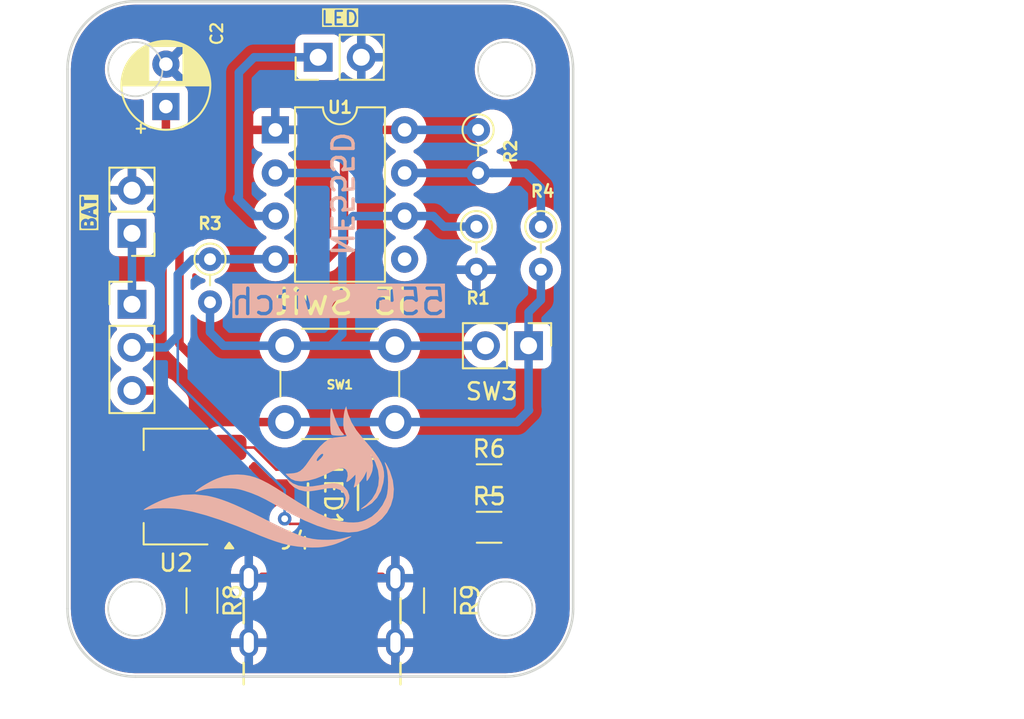
<source format=kicad_pcb>
(kicad_pcb (version 20240108) (generator "pcbnew") (generator_version "8.0")
  (layers (0 "F.Cu" signal) (31 "B.Cu" signal) (34 "B.Paste" user) (35 "F.Paste" user) (36 "B.SilkS" user "B.Silkscreen") (37 "F.SilkS" user "F.Silkscreen") (38 "B.Mask" user) (39 "F.Mask" user) (44 "Edge.Cuts" user))
  (net 0 "")
  (net 1 "Net-(C2-Pad1)")
  (net 2 "GND")
  (net 3 "Net-(U1-THR)")
  (net 4 "/VBAT")
  (net 5 "Net-(U1-DIS)")
  (net 7 "Net-(J4-CC1)")
  (net 8 "/VUSB")
  (net 9 "Net-(J3-Pin_1)")
  (net 10 "Net-(J4-CC2)")
  (net 11 "Net-(LED1-GND-Pad4)")
  (net 12 "/3V3")
  (net 13 "Net-(LED1-GND-Pad1)")
  (net 14 "VCC")
  (footprint "Package_TO_SOT_SMD:SOT-223-3_TabPin2" (layer "F.Cu") (at 116 115 180)
    (property "Reference" "U2" (at 0 -4.5 0) (layer "F.SilkS"))
    (property "Value" "AMS1117-3V3")
    (fp_line (start 1.91 3.41) (end 1.91 2.15) (stroke (width 0.12)) (layer "F.SilkS"))
    (fp_line (start 1.91 -3.41) (end 1.91 -2.15) (stroke (width 0.12)) (layer "F.SilkS"))
    (fp_line (start -1.85 3.41) (end 1.91 3.41) (stroke (width 0.12)) (layer "F.SilkS"))
    (fp_line (start -1.85 -3.41) (end 1.91 -3.41) (stroke (width 0.12)) (layer "F.SilkS"))
    (fp_poly (pts (xy -3.13 -3.31) (xy -3.37 -3.64) (xy -2.89 -3.64) (xy -3.13 -3.31)) (stroke (width 0.12)) (fill solid) (layer "F.SilkS"))
    (pad "1" smd roundrect (at -3.15 -2.3 180) (size 2 1.5) (layers "F.Cu" "F.Paste" "F.Mask") (net 8 "/VUSB"))
    (pad "2" smd roundrect (at -3.15 0 180) (size 2 1.5) (layers "F.Cu" "F.Paste" "F.Mask") (net 2 "GND"))
    (pad "2" smd roundrect (at 3.15 0 180) (size 2 3.8) (layers "F.Cu" "F.Paste" "F.Mask") (net 2 "GND"))
    (pad "3" smd roundrect (at -3.15 2.3 180) (size 2 1.5) (layers "F.Cu" "F.Paste" "F.Mask") (net 12 "/3V3"))
  )
  (footprint "Capacitor_THT:CP_Radial_D5.0mm_P2.50mm" (layer "F.Cu") (at 115.4 92.605113 90)
    (property "Reference" "C2" (at 4.3 3 270) (layer "F.SilkS") (effects (font (size 0.7 0.7) (thickness 0.125))))
    (property "Value" "10uF")
    (fp_line (start 1.29 -2.58) (end 1.29 2.58) (stroke (width 0.12)) (layer "F.SilkS"))
    (fp_line (start 1.25 -2.58) (end 1.25 2.58) (stroke (width 0.12)) (layer "F.SilkS"))
    (fp_line (start 1.33 -2.579) (end 1.33 2.579) (stroke (width 0.12)) (layer "F.SilkS"))
    (fp_line (start 1.37 -2.578) (end 1.37 2.578) (stroke (width 0.12)) (layer "F.SilkS"))
    (fp_line (start 1.41 -2.576) (end 1.41 2.576) (stroke (width 0.12)) (layer "F.SilkS"))
    (fp_line (start 1.45 -2.573) (end 1.45 2.573) (stroke (width 0.12)) (layer "F.SilkS"))
    (fp_line (start 1.49 -2.569) (end 1.49 -1.04) (stroke (width 0.12)) (layer "F.SilkS"))
    (fp_line (start 1.53 -2.565) (end 1.53 -1.04) (stroke (width 0.12)) (layer "F.SilkS"))
    (fp_line (start 1.57 -2.561) (end 1.57 -1.04) (stroke (width 0.12)) (layer "F.SilkS"))
    (fp_line (start 1.61 -2.556) (end 1.61 -1.04) (stroke (width 0.12)) (layer "F.SilkS"))
    (fp_line (start 1.65 -2.55) (end 1.65 -1.04) (stroke (width 0.12)) (layer "F.SilkS"))
    (fp_line (start 1.69 -2.543) (end 1.69 -1.04) (stroke (width 0.12)) (layer "F.SilkS"))
    (fp_line (start 1.73 -2.536) (end 1.73 -1.04) (stroke (width 0.12)) (layer "F.SilkS"))
    (fp_line (start 1.77 -2.528) (end 1.77 -1.04) (stroke (width 0.12)) (layer "F.SilkS"))
    (fp_line (start 1.81 -2.52) (end 1.81 -1.04) (stroke (width 0.12)) (layer "F.SilkS"))
    (fp_line (start 1.85 -2.511) (end 1.85 -1.04) (stroke (width 0.12)) (layer "F.SilkS"))
    (fp_line (start 1.89 -2.501) (end 1.89 -1.04) (stroke (width 0.12)) (layer "F.SilkS"))
    (fp_line (start 1.93 -2.491) (end 1.93 -1.04) (stroke (width 0.12)) (layer "F.SilkS"))
    (fp_line (start 1.971 -2.48) (end 1.971 -1.04) (stroke (width 0.12)) (layer "F.SilkS"))
    (fp_line (start 2.011 -2.468) (end 2.011 -1.04) (stroke (width 0.12)) (layer "F.SilkS"))
    (fp_line (start 2.051 -2.455) (end 2.051 -1.04) (stroke (width 0.12)) (layer "F.SilkS"))
    (fp_line (start 2.091 -2.442) (end 2.091 -1.04) (stroke (width 0.12)) (layer "F.SilkS"))
    (fp_line (start 2.131 -2.428) (end 2.131 -1.04) (stroke (width 0.12)) (layer "F.SilkS"))
    (fp_line (start 2.171 -2.414) (end 2.171 -1.04) (stroke (width 0.12)) (layer "F.SilkS"))
    (fp_line (start 2.211 -2.398) (end 2.211 -1.04) (stroke (width 0.12)) (layer "F.SilkS"))
    (fp_line (start 2.251 -2.382) (end 2.251 -1.04) (stroke (width 0.12)) (layer "F.SilkS"))
    (fp_line (start 2.291 -2.365) (end 2.291 -1.04) (stroke (width 0.12)) (layer "F.SilkS"))
    (fp_line (start 2.331 -2.348) (end 2.331 -1.04) (stroke (width 0.12)) (layer "F.SilkS"))
    (fp_line (start 2.371 -2.329) (end 2.371 -1.04) (stroke (width 0.12)) (layer "F.SilkS"))
    (fp_line (start 2.411 -2.31) (end 2.411 -1.04) (stroke (width 0.12)) (layer "F.SilkS"))
    (fp_line (start 2.451 -2.29) (end 2.451 -1.04) (stroke (width 0.12)) (layer "F.SilkS"))
    (fp_line (start 2.491 -2.268) (end 2.491 -1.04) (stroke (width 0.12)) (layer "F.SilkS"))
    (fp_line (start 2.531 -2.247) (end 2.531 -1.04) (stroke (width 0.12)) (layer "F.SilkS"))
    (fp_line (start 2.571 -2.224) (end 2.571 -1.04) (stroke (width 0.12)) (layer "F.SilkS"))
    (fp_line (start 2.611 -2.2) (end 2.611 -1.04) (stroke (width 0.12)) (layer "F.SilkS"))
    (fp_line (start 2.651 -2.175) (end 2.651 -1.04) (stroke (width 0.12)) (layer "F.SilkS"))
    (fp_line (start 2.691 -2.149) (end 2.691 -1.04) (stroke (width 0.12)) (layer "F.SilkS"))
    (fp_line (start 2.731 -2.122) (end 2.731 -1.04) (stroke (width 0.12)) (layer "F.SilkS"))
    (fp_line (start 2.771 -2.095) (end 2.771 -1.04) (stroke (width 0.12)) (layer "F.SilkS"))
    (fp_line (start 2.811 -2.065) (end 2.811 -1.04) (stroke (width 0.12)) (layer "F.SilkS"))
    (fp_line (start 2.851 -2.035) (end 2.851 -1.04) (stroke (width 0.12)) (layer "F.SilkS"))
    (fp_line (start 2.891 -2.004) (end 2.891 -1.04) (stroke (width 0.12)) (layer "F.SilkS"))
    (fp_line (start 2.931 -1.971) (end 2.931 -1.04) (stroke (width 0.12)) (layer "F.SilkS"))
    (fp_line (start 2.971 -1.937) (end 2.971 -1.04) (stroke (width 0.12)) (layer "F.SilkS"))
    (fp_line (start 3.011 -1.901) (end 3.011 -1.04) (stroke (width 0.12)) (layer "F.SilkS"))
    (fp_line (start 3.051 -1.864) (end 3.051 -1.04) (stroke (width 0.12)) (layer "F.SilkS"))
    (fp_line (start 3.091 -1.826) (end 3.091 -1.04) (stroke (width 0.12)) (layer "F.SilkS"))
    (fp_line (start 3.131 -1.785) (end 3.131 -1.04) (stroke (width 0.12)) (layer "F.SilkS"))
    (fp_line (start 3.171 -1.743) (end 3.171 -1.04) (stroke (width 0.12)) (layer "F.SilkS"))
    (fp_line (start -1.304775 -1.725) (end -1.304775 -1.225) (stroke (width 0.12)) (layer "F.SilkS"))
    (fp_line (start 3.211 -1.699) (end 3.211 -1.04) (stroke (width 0.12)) (layer "F.SilkS"))
    (fp_line (start 3.251 -1.653) (end 3.251 -1.04) (stroke (width 0.12)) (layer "F.SilkS"))
    (fp_line (start 3.291 -1.605) (end 3.291 -1.04) (stroke (width 0.12)) (layer "F.SilkS"))
    (fp_line (start 3.331 -1.554) (end 3.331 -1.04) (stroke (width 0.12)) (layer "F.SilkS"))
    (fp_line (start 3.371 -1.5) (end 3.371 -1.04) (stroke (width 0.12)) (layer "F.SilkS"))
    (fp_line (start -1.554775 -1.475) (end -1.054775 -1.475) (stroke (width 0.12)) (layer "F.SilkS"))
    (fp_line (start 3.411 -1.443) (end 3.411 -1.04) (stroke (width 0.12)) (layer "F.SilkS"))
    (fp_line (start 3.451 -1.383) (end 3.451 -1.04) (stroke (width 0.12)) (layer "F.SilkS"))
    (fp_line (start 3.491 -1.319) (end 3.491 -1.04) (stroke (width 0.12)) (layer "F.SilkS"))
    (fp_line (start 3.531 -1.251) (end 3.531 -1.04) (stroke (width 0.12)) (layer "F.SilkS"))
    (fp_line (start 3.571 -1.178) (end 3.571 1.178) (stroke (width 0.12)) (layer "F.SilkS"))
    (fp_line (start 3.611 -1.098) (end 3.611 1.098) (stroke (width 0.12)) (layer "F.SilkS"))
    (fp_line (start 3.651 -1.011) (end 3.651 1.011) (stroke (width 0.12)) (layer "F.SilkS"))
    (fp_line (start 3.691 -0.915) (end 3.691 0.915) (stroke (width 0.12)) (layer "F.SilkS"))
    (fp_line (start 3.731 -0.805) (end 3.731 0.805) (stroke (width 0.12)) (layer "F.SilkS"))
    (fp_line (start 3.771 -0.677) (end 3.771 0.677) (stroke (width 0.12)) (layer "F.SilkS"))
    (fp_line (start 3.811 -0.518) (end 3.811 0.518) (stroke (width 0.12)) (layer "F.SilkS"))
    (fp_line (start 3.851 -0.284) (end 3.851 0.284) (stroke (width 0.12)) (layer "F.SilkS"))
    (fp_line (start 3.531 1.04) (end 3.531 1.251) (stroke (width 0.12)) (layer "F.SilkS"))
    (fp_line (start 3.491 1.04) (end 3.491 1.319) (stroke (width 0.12)) (layer "F.SilkS"))
    (fp_line (start 3.451 1.04) (end 3.451 1.383) (stroke (width 0.12)) (layer "F.SilkS"))
    (fp_line (start 3.411 1.04) (end 3.411 1.443) (stroke (width 0.12)) (layer "F.SilkS"))
    (fp_line (start 3.371 1.04) (end 3.371 1.5) (stroke (width 0.12)) (layer "F.SilkS"))
    (fp_line (start 3.331 1.04) (end 3.331 1.554) (stroke (width 0.12)) (layer "F.SilkS"))
    (fp_line (start 3.291 1.04) (end 3.291 1.605) (stroke (width 0.12)) (layer "F.SilkS"))
    (fp_line (start 3.251 1.04) (end 3.251 1.653) (stroke (width 0.12)) (layer "F.SilkS"))
    (fp_line (start 3.211 1.04) (end 3.211 1.699) (stroke (width 0.12)) (layer "F.SilkS"))
    (fp_line (start 3.171 1.04) (end 3.171 1.743) (stroke (width 0.12)) (layer "F.SilkS"))
    (fp_line (start 3.131 1.04) (end 3.131 1.785) (stroke (width 0.12)) (layer "F.SilkS"))
    (fp_line (start 3.091 1.04) (end 3.091 1.826) (stroke (width 0.12)) (layer "F.SilkS"))
    (fp_line (start 3.051 1.04) (end 3.051 1.864) (stroke (width 0.12)) (layer "F.SilkS"))
    (fp_line (start 3.011 1.04) (end 3.011 1.901) (stroke (width 0.12)) (layer "F.SilkS"))
    (fp_line (start 2.971 1.04) (end 2.971 1.937) (stroke (width 0.12)) (layer "F.SilkS"))
    (fp_line (start 2.931 1.04) (end 2.931 1.971) (stroke (width 0.12)) (layer "F.SilkS"))
    (fp_line (start 2.891 1.04) (end 2.891 2.004) (stroke (width 0.12)) (layer "F.SilkS"))
    (fp_line (start 2.851 1.04) (end 2.851 2.035) (stroke (width 0.12)) (layer "F.SilkS"))
    (fp_line (start 2.811 1.04) (end 2.811 2.065) (stroke (width 0.12)) (layer "F.SilkS"))
    (fp_line (start 2.771 1.04) (end 2.771 2.095) (stroke (width 0.12)) (layer "F.SilkS"))
    (fp_line (start 2.731 1.04) (end 2.731 2.122) (stroke (width 0.12)) (layer "F.SilkS"))
    (fp_line (start 2.691 1.04) (end 2.691 2.149) (stroke (width 0.12)) (layer "F.SilkS"))
    (fp_line (start 2.651 1.04) (end 2.651 2.175) (stroke (width 0.12)) (layer "F.SilkS"))
    (fp_line (start 2.611 1.04) (end 2.611 2.2) (stroke (width 0.12)) (layer "F.SilkS"))
    (fp_line (start 2.571 1.04) (end 2.571 2.224) (stroke (width 0.12)) (layer "F.SilkS"))
    (fp_line (start 2.531 1.04) (end 2.531 2.247) (stroke (width 0.12)) (layer "F.SilkS"))
    (fp_line (start 2.491 1.04) (end 2.491 2.268) (stroke (width 0.12)) (layer "F.SilkS"))
    (fp_line (start 2.451 1.04) (end 2.451 2.29) (stroke (width 0.12)) (layer "F.SilkS"))
    (fp_line (start 2.411 1.04) (end 2.411 2.31) (stroke (width 0.12)) (layer "F.SilkS"))
    (fp_line (start 2.371 1.04) (end 2.371 2.329) (stroke (width 0.12)) (layer "F.SilkS"))
    (fp_line (start 2.331 1.04) (end 2.331 2.348) (stroke (width 0.12)) (layer "F.SilkS"))
    (fp_line (start 2.291 1.04) (end 2.291 2.365) (stroke (width 0.12)) (layer "F.SilkS"))
    (fp_line (start 2.251 1.04) (end 2.251 2.382) (stroke (width 0.12)) (layer "F.SilkS"))
    (fp_line (start 2.211 1.04) (end 2.211 2.398) (stroke (width 0.12)) (layer "F.SilkS"))
    (fp_line (start 2.171 1.04) (end 2.171 2.414) (stroke (width 0.12)) (layer "F.SilkS"))
    (fp_line (start 2.131 1.04) (end 2.131 2.428) (stroke (width 0.12)) (layer "F.SilkS"))
    (fp_line (start 2.091 1.04) (end 2.091 2.442) (stroke (width 0.12)) (layer "F.SilkS"))
    (fp_line (start 2.051 1.04) (end 2.051 2.455) (stroke (width 0.12)) (layer "F.SilkS"))
    (fp_line (start 2.011 1.04) (end 2.011 2.468) (stroke (width 0.12)) (layer "F.SilkS"))
    (fp_line (start 1.971 1.04) (end 1.971 2.48) (stroke (width 0.12)) (layer "F.SilkS"))
    (fp_line (start 1.93 1.04) (end 1.93 2.491) (stroke (width 0.12)) (layer "F.SilkS"))
    (fp_line (start 1.89 1.04) (end 1.89 2.501) (stroke (width 0.12)) (layer "F.SilkS"))
    (fp_line (start 1.85 1.04) (end 1.85 2.511) (stroke (width 0.12)) (layer "F.SilkS"))
    (fp_line (start 1.81 1.04) (end 1.81 2.52) (stroke (width 0.12)) (layer "F.SilkS"))
    (fp_line (start 1.77 1.04) (end 1.77 2.528) (stroke (width 0.12)) (layer "F.SilkS"))
    (fp_line (start 1.73 1.04) (end 1.73 2.536) (stroke (width 0.12)) (layer "F.SilkS"))
    (fp_line (start 1.69 1.04) (end 1.69 2.543) (stroke (width 0.12)) (layer "F.SilkS"))
    (fp_line (start 1.65 1.04) (end 1.65 2.55) (stroke (width 0.12)) (layer "F.SilkS"))
    (fp_line (start 1.61 1.04) (end 1.61 2.556) (stroke (width 0.12)) (layer "F.SilkS"))
    (fp_line (start 1.57 1.04) (end 1.57 2.561) (stroke (width 0.12)) (layer "F.SilkS"))
    (fp_line (start 1.53 1.04) (end 1.53 2.565) (stroke (width 0.12)) (layer "F.SilkS"))
    (fp_line (start 1.49 1.04) (end 1.49 2.569) (stroke (width 0.12)) (layer "F.SilkS"))
    (fp_circle (center 1.25 0) (end 3.87 0) (stroke (width 0.12)) (fill none) (layer "F.SilkS"))
    (pad "1" thru_hole rect (at 0 0 90) (size 1.6 1.6) (drill 0.8) (layers "*.Cu" "*.Mask") (net 1 "Net-(C2-Pad1)"))
    (pad "2" thru_hole circle (at 2.5 0 90) (size 1.6 1.6) (drill 0.8) (layers "*.Cu" "*.Mask") (net 2 "GND"))
  )
  (footprint "Package_DIP:DIP-8_W7.62mm" (layer "F.Cu") (at 121.85 93.98)
    (property "Reference" "U1" (at 3.81 -1.33 0) (layer "F.SilkS") (effects (font (size 0.7 0.7))))
    (property "Value" "NE555D")
    (fp_line (start 1.16 -1.33) (end 1.16 8.95) (stroke (width 0.12)) (layer "F.SilkS"))
    (fp_line (start 1.16 8.95) (end 6.46 8.95) (stroke (width 0.12)) (layer "F.SilkS"))
    (fp_line (start 2.81 -1.33) (end 1.16 -1.33) (stroke (width 0.12)) (layer "F.SilkS"))
    (fp_line (start 6.46 -1.33) (end 4.81 -1.33) (stroke (width 0.12)) (layer "F.SilkS"))
    (fp_line (start 6.46 8.95) (end 6.46 -1.33) (stroke (width 0.12)) (layer "F.SilkS"))
    (fp_arc (start 4.81 -1.33) (mid 3.81 -0.33) (end 2.81 -1.33) (stroke (width 0.12)) (layer "F.SilkS"))
    (pad "1" thru_hole rect (at 0 0) (size 1.6 1.6) (drill 0.8) (layers "*.Cu" "*.Mask") (net 2 "GND"))
    (pad "2" thru_hole oval (at 0 2.54) (size 1.6 1.6) (drill 0.8) (layers "*.Cu" "*.Mask") (net 3 "Net-(U1-THR)"))
    (pad "3" thru_hole oval (at 0 5.08) (size 1.6 1.6) (drill 0.8) (layers "*.Cu" "*.Mask") (net 9 "Net-(J3-Pin_1)"))
    (pad "4" thru_hole oval (at 0 7.62) (size 1.6 1.6) (drill 0.8) (layers "*.Cu" "*.Mask") (net 14 "VCC"))
    (pad "5" thru_hole oval (at 7.62 7.62) (size 1.6 1.6) (drill 0.8) (layers "*.Cu" "*.Mask"))
    (pad "6" thru_hole oval (at 7.62 5.08) (size 1.6 1.6) (drill 0.8) (layers "*.Cu" "*.Mask") (net 3 "Net-(U1-THR)"))
    (pad "7" thru_hole oval (at 7.62 2.54) (size 1.6 1.6) (drill 0.8) (layers "*.Cu" "*.Mask") (net 5 "Net-(U1-DIS)"))
    (pad "8" thru_hole oval (at 7.62 0) (size 1.6 1.6) (drill 0.8) (layers "*.Cu" "*.Mask") (net 14 "VCC"))
  )
  (footprint "Resistor_THT:R_Axial_DIN0204_L3.6mm_D1.6mm_P2.54mm_Vertical" (layer "F.Cu") (at 137.5 99.68 -90)
    (property "Reference" "R4" (at -2.08 -0.1 0) (layer "F.SilkS") (effects (font (size 0.7 0.7))))
    (property "Value" "10k")
    (fp_line (start 0.92 0) (end 1.54 0) (stroke (width 0.12)) (layer "F.SilkS"))
    (fp_circle (center 0 0) (end 0.92 0) (stroke (width 0.12)) (fill none) (layer "F.SilkS"))
    (pad "1" thru_hole circle (at 0 0 270) (size 1.4 1.4) (drill 0.7) (layers "*.Cu" "*.Mask") (net 5 "Net-(U1-DIS)"))
    (pad "2" thru_hole oval (at 2.54 0 270) (size 1.4 1.4) (drill 0.7) (layers "*.Cu" "*.Mask") (net 1 "Net-(C2-Pad1)"))
  )
  (footprint "Resistor_SMD:R_1206_3216Metric_Pad1.30x1.75mm_HandSolder" (layer "F.Cu") (at 134.45 117.4)
    (property "Reference" "R5" (at 0 -1.82 0) (layer "F.SilkS"))
    (property "Value" "5k1")
    (fp_line (start -0.727064 -0.91) (end 0.727064 -0.91) (stroke (width 0.12)) (layer "F.SilkS"))
    (fp_line (start -0.727064 0.91) (end 0.727064 0.91) (stroke (width 0.12)) (layer "F.SilkS"))
    (pad "1" smd roundrect (at -1.55 0) (size 1.3 1.75) (layers "F.Cu" "F.Paste" "F.Mask") (roundrect_rratio 0.192308) (net 11 "Net-(LED1-GND-Pad4)"))
    (pad "2" smd roundrect (at 1.55 0) (size 1.3 1.75) (layers "F.Cu" "F.Paste" "F.Mask") (roundrect_rratio 0.192308) (net 2 "GND"))
  )
  (footprint "Connector_PinHeader_2.54mm:PinHeader_1x02_P2.54mm_Vertical" (layer "F.Cu") (at 113.4 100.075 180)
    (property "Reference" "J1" (hide yes))
    (property "Value" "3V3")
    (fp_line (start 1.33 1.27) (end 1.33 3.87) (stroke (width 0.12)) (layer "F.SilkS"))
    (fp_line (start -1.33 3.87) (end 1.33 3.87) (stroke (width 0.12)) (layer "F.SilkS"))
    (fp_line (start -1.33 1.27) (end 1.33 1.27) (stroke (width 0.12)) (layer "F.SilkS"))
    (fp_line (start -1.33 1.27) (end -1.33 3.87) (stroke (width 0.12)) (layer "F.SilkS"))
    (fp_line (start -1.33 0) (end -1.33 -1.33) (stroke (width 0.12)) (layer "F.SilkS"))
    (fp_line (start -1.33 -1.33) (end 0 -1.33) (stroke (width 0.12)) (layer "F.SilkS"))
    (pad "1" thru_hole rect (at 0 0 180) (size 1.7 1.7) (drill 1) (layers "*.Cu" "*.Mask") (net 4 "/VBAT"))
    (pad "2" thru_hole oval (at 0 2.54 180) (size 1.7 1.7) (drill 1) (layers "*.Cu" "*.Mask") (net 2 "GND"))
  )
  (footprint "Alexander Footprint Library:USB-C MOLEX 2171750001" (layer "F.Cu") (at 124.605 126.8)
    (property "Reference" "J4" (at -1.5875 -8.605 0) (layer "F.SilkS"))
    (property "Value" "USB-C_Receptacle_PowerOnly_6P_MOLEX-2171750001")
    (fp_line (start -4.62 -3.75) (end -4.62 -5.2) (stroke (width 0.15)) (layer "F.SilkS"))
    (fp_line (start -4.62 -0.15) (end -4.62 -1.4) (stroke (width 0.15)) (layer "F.SilkS"))
    (fp_line (start 4.62 -3.75) (end 4.62 -5.2) (stroke (width 0.15)) (layer "F.SilkS"))
    (fp_line (start 4.62 -0.15) (end 4.62 -1.4) (stroke (width 0.15)) (layer "F.SilkS"))
    (pad "A5" smd rect (at -0.5 -6.48) (size 0.7 1.2) (layers "F.Cu" "F.Paste") (net 7 "Net-(J4-CC1)"))
    (pad "A9" smd rect (at 1.52 -6.48) (size 0.76 1.2) (layers "F.Cu" "F.Paste") (net 8 "/VUSB"))
    (pad "A12" smd rect (at 2.75 -6.48) (size 0.8 1.2) (layers "F.Cu" "F.Paste") (net 2 "GND"))
    (pad "B5" smd rect (at 0.5 -6.48) (size 0.7 1.2) (layers "F.Cu" "F.Paste") (net 10 "Net-(J4-CC2)"))
    (pad "B9" smd rect (at -1.52 -6.48) (size 0.76 1.2) (layers "F.Cu" "F.Paste") (net 8 "/VUSB"))
    (pad "B12" smd rect (at -2.75 -6.48) (size 0.8 1.2) (layers "F.Cu" "F.Paste") (net 2 "GND"))
    (pad "S1" thru_hole oval (at -4.32 -2.6) (size 1.1 1.7) (drill oval 0.6 1.2) (layers "*.Cu" "*.Mask") (net 2 "GND"))
    (pad "S2" thru_hole oval (at 4.32 -2.6) (size 1.1 1.7) (drill oval 0.6 1.2) (layers "*.Cu" "*.Mask") (net 2 "GND"))
    (pad "S3" thru_hole oval (at -4.32 -6.4) (size 1.1 1.7) (drill oval 0.6 1.2) (layers "*.Cu" "*.Mask") (net 2 "GND"))
    (pad "S4" thru_hole oval (at 4.32 -6.4) (size 1.1 1.7) (drill oval 0.6 1.2) (layers "*.Cu" "*.Mask") (net 2 "GND"))
  )
  (footprint "Alexander Footprint Library:B1552_HVK-M" (layer "F.Cu") (at 125.249999 115.6002 -90)
    (property "Reference" "LED1" (at 0 0 -90) (layer "F.SilkS"))
    (property "Value" "LED-RED-GREEN-B1552USUG20D")
    (fp_line (start -0.777373 1.4732) (end 0.777373 1.4732) (stroke (width 0.1524)) (layer "F.SilkS"))
    (fp_line (start -0.777373 -1.4732) (end 0.777373 -1.4732) (stroke (width 0.1524)) (layer "F.SilkS"))
    (fp_text user "*" (at -2.2352 -1.8041 -90) (layer "F.SilkS"))
    (fp_text user "*" (at -2.2352 -1.8041 90) (layer "F.SilkS"))
    (pad "1" smd rect (at -1.6002 -0.750001 270) (size 1.1176 1.0414) (layers "F.Cu" "F.Paste" "F.Mask") (net 13 "Net-(LED1-GND-Pad1)"))
    (pad "2" smd rect (at -1.6002 0.750001 270) (size 1.1176 1.0414) (layers "F.Cu" "F.Paste" "F.Mask") (net 12 "/3V3"))
    (pad "3" smd rect (at 1.6002 0.750001 270) (size 1.1176 1.0414) (layers "F.Cu" "F.Paste" "F.Mask") (net 14 "VCC"))
    (pad "4" smd rect (at 1.6002 -0.750001 270) (size 1.1176 1.0414) (layers "F.Cu" "F.Paste" "F.Mask") (net 11 "Net-(LED1-GND-Pad4)"))
  )
  (footprint "Resistor_SMD:R_1206_3216Metric_Pad1.30x1.75mm_HandSolder" (layer "F.Cu") (at 117.525 121.72 -90)
    (property "Reference" "R8" (at 0 -1.82 90) (layer "F.SilkS"))
    (property "Value" "5K7")
    (fp_line (start -0.727064 0.91) (end 0.727064 0.91) (stroke (width 0.12)) (layer "F.SilkS"))
    (fp_line (start -0.727064 -0.91) (end 0.727064 -0.91) (stroke (width 0.12)) (layer "F.SilkS"))
    (pad "1" smd roundrect (at -1.55 0 270) (size 1.3 1.75) (layers "F.Cu" "F.Paste" "F.Mask") (roundrect_rratio 0.192308) (net 2 "GND"))
    (pad "2" smd roundrect (at 1.55 0 270) (size 1.3 1.75) (layers "F.Cu" "F.Paste" "F.Mask") (roundrect_rratio 0.192308) (net 7 "Net-(J4-CC1)"))
  )
  (footprint "Connector_PinHeader_2.54mm:PinHeader_1x03_P2.54mm_Vertical" (layer "F.Cu") (at 113.4 104.26)
    (property "Reference" "SW2" (hide yes))
    (property "Value" "SW_SPDT")
    (fp_line (start -1.33 -1.33) (end 0 -1.33) (stroke (width 0.12)) (layer "F.SilkS"))
    (fp_line (start -1.33 0) (end -1.33 -1.33) (stroke (width 0.12)) (layer "F.SilkS"))
    (fp_line (start -1.33 1.27) (end -1.33 6.41) (stroke (width 0.12)) (layer "F.SilkS"))
    (fp_line (start -1.33 1.27) (end 1.33 1.27) (stroke (width 0.12)) (layer "F.SilkS"))
    (fp_line (start -1.33 6.41) (end 1.33 6.41) (stroke (width 0.12)) (layer "F.SilkS"))
    (fp_line (start 1.33 1.27) (end 1.33 6.41) (stroke (width 0.12)) (layer "F.SilkS"))
    (pad "1" thru_hole rect (at 0 0) (size 1.7 1.7) (drill 1) (layers "*.Cu" "*.Mask") (net 4 "/VBAT"))
    (pad "2" thru_hole oval (at 0 2.54) (size 1.7 1.7) (drill 1) (layers "*.Cu" "*.Mask") (net 14 "VCC"))
    (pad "3" thru_hole oval (at 0 5.08) (size 1.7 1.7) (drill 1) (layers "*.Cu" "*.Mask") (net 12 "/3V3"))
  )
  (footprint "Resistor_SMD:R_1206_3216Metric_Pad1.30x1.75mm_HandSolder" (layer "F.Cu") (at 134.45 114.6)
    (property "Reference" "R6" (at 0 -1.82 0) (layer "F.SilkS"))
    (property "Value" "5k1")
    (fp_line (start -0.727064 -0.91) (end 0.727064 -0.91) (stroke (width 0.12)) (layer "F.SilkS"))
    (fp_line (start -0.727064 0.91) (end 0.727064 0.91) (stroke (width 0.12)) (layer "F.SilkS"))
    (pad "1" smd roundrect (at -1.55 0) (size 1.3 1.75) (layers "F.Cu" "F.Paste" "F.Mask") (roundrect_rratio 0.192308) (net 13 "Net-(LED1-GND-Pad1)"))
    (pad "2" smd roundrect (at 1.55 0) (size 1.3 1.75) (layers "F.Cu" "F.Paste" "F.Mask") (roundrect_rratio 0.192308) (net 2 "GND"))
  )
  (footprint "Resistor_SMD:R_1206_3216Metric_Pad1.30x1.75mm_HandSolder" (layer "F.Cu") (at 131.525 121.72 -90)
    (property "Reference" "R9" (at 0 -1.82 90) (layer "F.SilkS"))
    (property "Value" "5K7")
    (fp_line (start -0.727064 0.91) (end 0.727064 0.91) (stroke (width 0.12)) (layer "F.SilkS"))
    (fp_line (start -0.727064 -0.91) (end 0.727064 -0.91) (stroke (width 0.12)) (layer "F.SilkS"))
    (pad "1" smd roundrect (at -1.55 0 270) (size 1.3 1.75) (layers "F.Cu" "F.Paste" "F.Mask") (roundrect_rratio 0.192308) (net 2 "GND"))
    (pad "2" smd roundrect (at 1.55 0 270) (size 1.3 1.75) (layers "F.Cu" "F.Paste" "F.Mask") (roundrect_rratio 0.192308) (net 10 "Net-(J4-CC2)"))
  )
  (footprint "Resistor_THT:R_Axial_DIN0204_L3.6mm_D1.6mm_P2.54mm_Vertical" (layer "F.Cu") (at 133.7 99.68 -90)
    (property "Reference" "R1" (at 4.22 -0.1 0) (layer "F.SilkS") (effects (font (size 0.7 0.7))))
    (property "Value" "10k")
    (fp_line (start 0.92 0) (end 1.54 0) (stroke (width 0.12)) (layer "F.SilkS"))
    (fp_circle (center 0 0) (end 0.92 0) (stroke (width 0.12)) (fill none) (layer "F.SilkS"))
    (pad "1" thru_hole circle (at 0 0 270) (size 1.4 1.4) (drill 0.7) (layers "*.Cu" "*.Mask") (net 3 "Net-(U1-THR)"))
    (pad "2" thru_hole oval (at 2.54 0 270) (size 1.4 1.4) (drill 0.7) (layers "*.Cu" "*.Mask") (net 2 "GND"))
  )
  (footprint "Resistor_THT:R_Axial_DIN0204_L3.6mm_D1.6mm_P2.54mm_Vertical" (layer "F.Cu") (at 133.8 93.98 -90)
    (property "Reference" "R2" (at 1.27 -1.92 90) (layer "F.SilkS") (effects (font (size 0.7 0.7))))
    (property "Value" "10k")
    (fp_line (start 0.92 0) (end 1.54 0) (stroke (width 0.12)) (layer "F.SilkS"))
    (fp_circle (center 0 0) (end 0.92 0) (stroke (width 0.12)) (fill none) (layer "F.SilkS"))
    (pad "1" thru_hole circle (at 0 0 270) (size 1.4 1.4) (drill 0.7) (layers "*.Cu" "*.Mask") (net 14 "VCC"))
    (pad "2" thru_hole oval (at 2.54 0 270) (size 1.4 1.4) (drill 0.7) (layers "*.Cu" "*.Mask") (net 5 "Net-(U1-DIS)"))
  )
  (footprint "Connector_PinHeader_2.54mm:PinHeader_1x02_P2.54mm_Vertical" (layer "F.Cu") (at 124.375 89.7 90)
    (property "Reference" "J3" (hide yes))
    (property "Value" "OUT")
    (fp_line (start -1.33 -1.33) (end 0 -1.33) (stroke (width 0.12)) (layer "F.SilkS"))
    (fp_line (start -1.33 0) (end -1.33 -1.33) (stroke (width 0.12)) (layer "F.SilkS"))
    (fp_line (start 1.33 1.27) (end 1.33 3.87) (stroke (width 0.12)) (layer "F.SilkS"))
    (fp_line (start -1.33 1.27) (end 1.33 1.27) (stroke (width 0.12)) (layer "F.SilkS"))
    (fp_line (start -1.33 1.27) (end -1.33 3.87) (stroke (width 0.12)) (layer "F.SilkS"))
    (fp_line (start -1.33 3.87) (end 1.33 3.87) (stroke (width 0.12)) (layer "F.SilkS"))
    (pad "1" thru_hole rect (at 0 0 90) (size 1.7 1.7) (drill 1) (layers "*.Cu" "*.Mask") (net 9 "Net-(J3-Pin_1)"))
    (pad "2" thru_hole oval (at 0 2.54 90) (size 1.7 1.7) (drill 1) (layers "*.Cu" "*.Mask") (net 2 "GND"))
  )
  (footprint "Connector_PinHeader_2.54mm:PinHeader_1x02_P2.54mm_Vertical" (layer "F.Cu") (at 136.775 106.7 -90)
    (property "Reference" "SW3" (at 2.7 2.175 0) (layer "F.SilkS"))
    (property "Value" "SW_Reed")
    (fp_line (start -1.33 3.87) (end 1.33 3.87) (stroke (width 0.12)) (layer "F.SilkS"))
    (fp_line (start -1.33 1.27) (end -1.33 3.87) (stroke (width 0.12)) (layer "F.SilkS"))
    (fp_line (start -1.33 1.27) (end 1.33 1.27) (stroke (width 0.12)) (layer "F.SilkS"))
    (fp_line (start 1.33 1.27) (end 1.33 3.87) (stroke (width 0.12)) (layer "F.SilkS"))
    (fp_line (start -1.33 0) (end -1.33 -1.33) (stroke (width 0.12)) (layer "F.SilkS"))
    (fp_line (start -1.33 -1.33) (end 0 -1.33) (stroke (width 0.12)) (layer "F.SilkS"))
    (pad "1" thru_hole rect (at 0 0 270) (size 1.7 1.7) (drill 1) (layers "*.Cu" "*.Mask") (net 1 "Net-(C2-Pad1)"))
    (pad "2" thru_hole oval (at 0 2.54 270) (size 1.7 1.7) (drill 1) (layers "*.Cu" "*.Mask") (net 3 "Net-(U1-THR)"))
  )
  (footprint "Resistor_THT:R_Axial_DIN0204_L3.6mm_D1.6mm_P2.54mm_Vertical" (layer "F.Cu") (at 118 101.6 -90)
    (property "Reference" "R3" (at -2.1 0 0) (layer "F.SilkS") (effects (font (size 0.7 0.7))))
    (property "Value" "10k")
    (fp_line (start 0.92 0) (end 1.54 0) (stroke (width 0.12)) (layer "F.SilkS"))
    (fp_circle (center 0 0) (end 0.92 0) (stroke (width 0.12)) (fill none) (layer "F.SilkS"))
    (pad "1" thru_hole circle (at 0 0 270) (size 1.4 1.4) (drill 0.7) (layers "*.Cu" "*.Mask") (net 14 "VCC"))
    (pad "2" thru_hole oval (at 2.54 0 270) (size 1.4 1.4) (drill 0.7) (layers "*.Cu" "*.Mask") (net 3 "Net-(U1-THR)"))
  )
  (footprint "Button_Switch_THT:SW_PUSH_6mm" (layer "F.Cu") (at 122.4 106.7)
    (property "Reference" "SW1" (at 3.25 2.3 0) (layer "F.SilkS") (effects (font (size 0.5 0.5) (thickness 0.125))))
    (property "Value" "SW_Push")
    (fp_line (start -0.25 1.5) (end -0.25 3) (stroke (width 0.12)) (layer "F.SilkS"))
    (fp_line (start 1 5.5) (end 5.5 5.5) (stroke (width 0.12)) (layer "F.SilkS"))
    (fp_line (start 5.5 -1) (end 1 -1) (stroke (width 0.12)) (layer "F.SilkS"))
    (fp_line (start 6.75 3) (end 6.75 1.5) (stroke (width 0.12)) (layer "F.SilkS"))
    (pad "1" thru_hole circle (at 0 0 90) (size 2 2) (drill 1.1) (layers "*.Cu" "*.Mask") (net 3 "Net-(U1-THR)"))
    (pad "1" thru_hole circle (at 6.5 0 90) (size 2 2) (drill 1.1) (layers "*.Cu" "*.Mask") (net 3 "Net-(U1-THR)"))
    (pad "2" thru_hole circle (at 0 4.5 90) (size 2 2) (drill 1.1) (layers "*.Cu" "*.Mask") (net 1 "Net-(C2-Pad1)"))
    (pad "2" thru_hole circle (at 6.5 4.5 90) (size 2 2) (drill 1.1) (layers "*.Cu" "*.Mask") (net 1 "Net-(C2-Pad1)"))
  )
  (footprint "LOGO" (layer "B.Cu") (at 121.4 114.4 180)
    (property "Reference" "G***" (hide yes))
    (property "Value" "LOGO" (hide yes))
    (fp_poly (pts (xy -5.335668 -1.973085) (xy -5.363457 -2.000875) (xy -5.391247 -1.973085) (xy -5.363457 -1.945295)) (fill solid) (layer "B.SilkS"))
    (fp_poly (pts (xy -3.72712 3.989192) (xy -3.720697 3.973961) (xy -3.701102 3.866879) (xy -3.687804 3.678866) (xy -3.680882 3.439975) (xy -3.680421 3.180261) (xy -3.686502 2.929778) (xy -3.699208 2.718581) (xy -3.716893 2.584464) (xy -3.741095 2.495828) (xy -3.784399 2.444513) (xy -3.873902 2.418422) (xy -4.036701 2.405456) (xy -4.127166 2.40129) (xy -4.314775 2.400001) (xy -4.449213 2.412314) (xy -4.501944 2.435572) (xy -4.501969 2.436169) (xy -4.463752 2.510156) (xy -4.414064 2.560438) (xy -4.317104 2.679269) (xy -4.202066 2.879038) (xy -4.080896 3.133656) (xy -3.965538 3.417032) (xy -3.867936 3.703076) (xy -3.83055 3.835011) (xy -3.788365 3.978468) (xy -3.75726 4.025597)) (fill solid) (layer "B.SilkS"))
    (fp_poly (pts (xy -1.16813 -0.243105) (xy -1.254216 -0.368794) (xy -1.28983 -0.413219) (xy -1.537879 -0.635483) (xy -1.849965 -0.79747) (xy -2.187325 -0.881187) (xy -2.314341 -0.888735) (xy -2.497037 -0.877155) (xy -2.746282 -0.845689) (xy -3.020446 -0.800025) (xy -3.14804 -0.774864) (xy -3.516275 -0.710602) (xy -3.805925 -0.692046) (xy -4.04028 -0.720434) (xy -4.242632 -0.797) (xy -4.312229 -0.836658) (xy -4.497239 -1.008267) (xy -4.588805 -1.225532) (xy -4.584459 -1.470239) (xy -4.481739 -1.724177) (xy -4.44078 -1.786433) (xy -4.359302 -1.917364) (xy -4.351943 -1.969709) (xy -4.412174 -1.941384) (xy -4.533468 -1.830304) (xy -4.544045 -1.819408) (xy -4.734665 -1.563229) (xy -4.815304 -1.302684) (xy -4.806573 -1.114052) (xy -4.700145 -0.833593) (xy -4.503297 -0.610752) (xy -4.312939 -0.494963) (xy -4.14564 -0.432054) (xy -3.973801 -0.400998) (xy -3.772034 -0.401933) (xy -3.514951 -0.434994) (xy -3.177163 -0.500319) (xy -3.173511 -0.501089) (xy -2.63863 -0.587136) (xy -2.183217 -0.60137) (xy -1.801259 -0.543037) (xy -1.486742 -0.411382) (xy -1.292451 -0.264967) (xy -1.187436 -0.180532) (xy -1.145933 -0.176798)) (fill solid) (layer "B.SilkS"))
    (fp_poly (pts (xy 5.006815 -1.088445) (xy 5.716318 -1.225058) (xy 6.200827 -1.383806) (xy 6.403664 -1.468934) (xy 6.626548 -1.573239) (xy 6.848558 -1.685444) (xy 7.048775 -1.794268) (xy 7.20628 -1.888432) (xy 7.300154 -1.956656) (xy 7.315527 -1.984838) (xy 7.254956 -1.98449) (xy 7.122033 -1.961789) (xy 7.024333 -1.940189) (xy 6.806471 -1.906915) (xy 6.509925 -1.886858) (xy 6.16638 -1.879979) (xy 5.807519 -1.886237) (xy 5.465025 -1.905592) (xy 5.170583 -1.938004) (xy 5.141138 -1.942582) (xy 4.426362 -2.086382) (xy 3.63366 -2.298797) (xy 2.770609 -2.57741) (xy 1.844784 -2.919804) (xy 1.010836 -3.260583) (xy 0.441355 -3.497514) (xy -0.046623 -3.688235) (xy -0.469864 -3.838501) (xy -0.845133 -3.954062) (xy -1.189195 -4.040673) (xy -1.371928 -4.078191) (xy -1.768371 -4.138227) (xy -2.195636 -4.177783) (xy -2.616347 -4.195041) (xy -2.993123 -4.188182) (xy -3.212913 -4.167752) (xy -3.467108 -4.123955) (xy -3.736305 -4.064944) (xy -3.876552 -4.027934) (xy -4.038283 -3.972815) (xy -4.23561 -3.893936) (xy -4.4451 -3.802307) (xy -4.643316 -3.708932) (xy -4.806823 -3.624819) (xy -4.912187 -3.560974) (xy -4.93761 -3.529586) (xy -4.878362 -3.533932) (xy -4.740991 -3.564298) (xy -4.553715 -3.61434) (xy -4.52896 -3.621444) (xy -4.263761 -3.683348) (xy -3.968882 -3.720103) (xy -3.608736 -3.735703) (xy -3.501532 -3.73678) (xy -3.19922 -3.733182) (xy -2.919835 -3.716451) (xy -2.650591 -3.682285) (xy -2.378702 -3.626385) (xy -2.091382 -3.544451) (xy -1.775843 -3.432183) (xy -1.419301 -3.28528) (xy -1.008967 -3.099444) (xy -0.532057 -2.870373) (xy 0.024217 -2.593769) (xy 0.277899 -2.465774) (xy 0.908788 -2.151193) (xy 1.457458 -1.888515) (xy 1.937016 -1.672463) (xy 2.360572 -1.497764) (xy 2.741233 -1.359144) (xy 3.092107 -1.251328) (xy 3.426303 -1.169041) (xy 3.575896 -1.138716) (xy 4.289098 -1.059268)) (fill solid) (layer "B.SilkS"))
    (fp_poly (pts (xy -6.905998 0.758162) (xy -6.962759 0.600951) (xy -7.033118 0.344256) (xy -7.076378 0.016472) (xy -7.092183 -0.34585) (xy -7.080174 -0.706159) (xy -7.039992 -1.027906) (xy -6.980883 -1.250547) (xy -6.763375 -1.690507) (xy -6.474123 -2.069435) (xy -6.127243 -2.373404) (xy -5.73685 -2.588488) (xy -5.563615 -2.648878) (xy -5.327801 -2.699081) (xy -5.056923 -2.71721) (xy -4.755393 -2.708697) (xy -4.35446 -2.660239) (xy -3.927847 -2.556931) (xy -3.466953 -2.394884) (xy -2.963179 -2.17021) (xy -2.407923 -1.879024) (xy -1.792584 -1.517437) (xy -1.108562 -1.081562) (xy -1.0071 -1.01457) (xy -0.492206 -0.683257) (xy -0.044687 -0.419341) (xy 0.351284 -0.216499) (xy 0.71153 -0.068411) (xy 1.051879 0.031245) (xy 1.388155 0.088791) (xy 1.736184 0.110546) (xy 1.811196 0.11116) (xy 2.209545 0.08793) (xy 2.587906 0.011875) (xy 2.985773 -0.126555) (xy 3.220465 -0.229596) (xy 3.426096 -0.333288) (xy 3.645126 -0.457079) (xy 3.857915 -0.588021) (xy 4.044822 -0.71317) (xy 4.186205 -0.819577) (xy 4.262422 -0.894296) (xy 4.267621 -0.919833) (xy 4.208774 -0.913924) (xy 4.073957 -0.878799) (xy 3.892101 -0.822016) (xy 3.888205 -0.820718) (xy 3.725225 -0.77192) (xy 3.56218 -0.738179) (xy 3.373334 -0.71692) (xy 3.132947 -0.705567) (xy 2.815283 -0.701544) (xy 2.695624 -0.701384) (xy 2.35618 -0.703448) (xy 2.098843 -0.711561) (xy 1.894597 -0.729039) (xy 1.714421 -0.7592) (xy 1.529299 -0.805361) (xy 1.367243 -0.853246) (xy 0.950955 -0.993823) (xy 0.547075 -1.159732) (xy 0.126735 -1.364384) (xy -0.338935 -1.621188) (xy -0.542279 -1.74028) (xy -1.387822 -2.215648) (xy -2.179537 -2.606384) (xy -2.915301 -2.911815) (xy -3.59299 -3.131273) (xy -4.210479 -3.264085) (xy -4.765643 -3.30958) (xy -5.256358 -3.267087) (xy -5.328395 -3.252158) (xy -5.86764 -3.080586) (xy -6.335668 -2.830855) (xy -6.727607 -2.512655) (xy -7.038587 -2.135675) (xy -7.263735 -1.709605) (xy -7.39818 -1.244134) (xy -7.437052 -0.748952) (xy -7.375479 -0.233748) (xy -7.20859 0.291789) (xy -7.162597 0.396304) (xy -7.060917 0.603512) (xy -6.977088 0.750807) (xy -6.918438 0.830684) (xy -6.892299 0.835638)) (fill solid) (layer "B.SilkS"))
    (fp_poly (pts (xy -4.556503 3.973961) (xy -4.520533 3.840385) (xy -4.487756 3.634631) (xy -4.464038 3.395647) (xy -4.460134 3.333896) (xy -4.454225 3.038515) (xy -4.480237 2.807976) (xy -4.54713 2.598354) (xy -4.654092 2.383309) (xy -4.612375 2.364187) (xy -4.484682 2.344093) (xy -4.2961 2.32668) (xy -4.240174 2.323042) (xy -3.873323 2.277556) (xy -3.602294 2.191422) (xy -3.584521 2.182588) (xy -3.348899 2.020904) (xy -3.082371 1.766082) (xy -2.794532 1.428501) (xy -2.49498 1.018542) (xy -2.458084 0.964056) (xy -2.251081 0.669692) (xy -2.075655 0.459558) (xy -1.912351 0.319129) (xy -1.741716 0.23388) (xy -1.544295 0.189288) (xy -1.402354 0.175843) (xy -1.049214 0.153357) (xy -1.17767 0.015818) (xy -1.384103 -0.158726) (xy -1.620776 -0.258269) (xy -1.91889 -0.294599) (xy -2.000875 -0.295241) (xy -2.386755 -0.252234) (xy -2.829533 -0.133031) (xy -3.31108 0.056544) (xy -3.709428 0.253548) (xy -4.010174 0.401117) (xy -4.241961 0.478647) (xy -4.420301 0.48836) (xy -4.560706 0.432478) (xy -4.618459 0.38373) (xy -4.698395 0.231726) (xy -4.711815 0.024236) (xy -4.657293 -0.20412) (xy -4.643968 -0.236214) (xy -4.627839 -0.319252) (xy -4.677618 -0.328735) (xy -4.78048 -0.269581) (xy -4.9236 -0.146704) (xy -4.953147 -0.117698) (xy -5.168928 0.098082) (xy -5.168928 -0.11408) (xy -5.153411 -0.299881) (xy -5.115666 -0.465845) (xy -5.111793 -0.476519) (xy -5.078233 -0.591861) (xy -5.07906 -0.651197) (xy -5.13753 -0.639037) (xy -5.240535 -0.557561) (xy -5.368361 -0.428161) (xy -5.501289 -0.27223) (xy -5.619604 -0.11116) (xy -5.6963 0.018497) (xy -5.838743 0.305689) (xy -5.82342 0.013861) (xy -5.819631 -0.148953) (xy -5.826307 -0.2547) (xy -5.835886 -0.277554) (xy -5.89623 -0.229792) (xy -5.977644 -0.108472) (xy -6.063382 0.055435) (xy -6.136699 0.230957) (xy -6.171345 0.342865) (xy -6.207717 0.632127) (xy -6.178753 0.870168) (xy -6.149992 1.029127) (xy -6.140164 1.13666) (xy -6.144537 1.160875) (xy -6.177076 1.12602) (xy -6.241939 1.0129) (xy -6.326013 0.844699) (xy -6.339244 0.816636) (xy -6.49792 0.360813) (xy -6.554463 -0.096231) (xy -6.512178 -0.540542) (xy -6.374371 -0.958169) (xy -6.144345 -1.335159) (xy -5.825407 -1.657561) (xy -5.737359 -1.724292) (xy -5.56755 -1.851199) (xy -5.4929 -1.920809) (xy -5.513486 -1.933402) (xy -5.629383 -1.889262) (xy -5.764656 -1.826023) (xy -6.144627 -1.582948) (xy -6.447032 -1.261132) (xy -6.670071 -0.86317) (xy -6.811949 -0.391655) (xy -6.830695 -0.28709) (xy -6.861483 -0.001007) (xy -6.853395 0.266591) (xy -6.800141 0.528729) (xy -6.695433 0.798433) (xy -6.53298 1.088728) (xy -6.419832 1.250547) (xy -6.113786 1.250547) (xy -6.085996 1.222757) (xy -6.058206 1.250547) (xy -6.085996 1.278337) (xy -6.113786 1.250547) (xy -6.419832 1.250547) (xy -6.384164 1.301558) (xy -3.276553 1.301558) (xy -3.249487 1.2128) (xy -3.144391 1.080121) (xy -3.116748 1.051742) (xy -2.989426 0.933278) (xy -2.919109 0.895195) (xy -2.891998 0.932181) (xy -2.890153 0.964532) (xy -2.927111 1.055442) (xy -3.015279 1.172388) (xy -3.120597 1.277341) (xy -3.209007 1.332273) (xy -3.220979 1.333917) (xy -3.276553 1.301558) (xy -6.384164 1.301558) (xy -6.306493 1.41264) (xy -6.009684 1.783195) (xy -5.636262 2.213417) (xy -5.608104 2.244971) (xy -5.233172 2.714919) (xy -4.945024 3.185268) (xy -4.751728 3.642009) (xy -4.703359 3.815277) (xy -4.626773 4.1407)) (fill solid) (layer "B.SilkS"))
  )
  (gr_line (start 113.6 86.4) (end 135.4 86.4) (stroke (width 0.15)) (layer "Edge.Cuts"))
  (gr_line (start 135.4 126.2) (end 113.6 126.2) (stroke (width 0.15)) (layer "Edge.Cuts"))
  (gr_arc (start 135.4 86.4) (mid 138.228427 87.571573) (end 139.4 90.4) (stroke (width 0.15)) (layer "Edge.Cuts"))
  (gr_arc (start 113.6 126.2) (mid 110.771573 125.028427) (end 109.6 122.2) (stroke (width 0.15)) (layer "Edge.Cuts"))
  (gr_circle (center 113.6 122.2) (end 113.6 120.6) (stroke (width 0.1)) (fill none) (layer "Edge.Cuts"))
  (gr_line (start 139.4 90.4) (end 139.4 122.2) (stroke (width 0.15)) (layer "Edge.Cuts"))
  (gr_line (start 109.6 122.2) (end 109.6 90.4) (stroke (width 0.15)) (layer "Edge.Cuts"))
  (gr_circle (center 113.6 90.4) (end 113.6 88.8) (stroke (width 0.1)) (fill none) (layer "Edge.Cuts"))
  (gr_arc (start 139.4 122.2) (mid 138.228427 125.028427) (end 135.4 126.2) (stroke (width 0.15)) (layer "Edge.Cuts"))
  (gr_circle (center 135.4 90.4) (end 135.4 88.8) (stroke (width 0.1)) (fill none) (layer "Edge.Cuts"))
  (gr_circle (center 135.4 122.2) (end 135.4 120.6) (stroke (width 0.1)) (fill none) (layer "Edge.Cuts"))
  (gr_arc (start 109.6 90.4) (mid 110.771573 87.571573) (end 113.6 86.4) (stroke (width 0.15)) (layer "Edge.Cuts"))
  (gr_text "NE555D" (at 125.75 97.75 270) (layer "B.SilkS") (effects (font (size 1.25 1.25) (thickness 0.2) (bold yes)) (justify mirror)))
  (gr_text "555 Switch" (at 132 105 0) (layer "B.SilkS" knockout) (effects (font (size 1.5 1.5) (thickness 0.2) (bold yes)) (justify left bottom mirror)))
  (gr_text "BAT" (at 110.9 98.9 90) (layer "F.SilkS" knockout) (effects (font (size 0.75 0.75) (thickness 0.1875) (bold yes))))
  (gr_text "ON / OFF" (at 121.8 104.6 0) (layer "F.SilkS" knockout) (effects (font (size 1 1) (thickness 0.2) (bold yes)) (justify left bottom)))
  (gr_text "LED" (at 125.65 87.4 0) (layer "F.SilkS" knockout) (effects (font (size 0.8 0.8) (thickness 0.125) (bold yes))))
  (segment (start 115.4 94.8) (end 116.2 95.6) (width 0.5) (layer "F.Cu") (net 1))
  (segment (start 120.8 111.2) (end 122.4 111.2) (width 0.5) (layer "F.Cu") (net 1))
  (segment (start 116.2 95.6) (end 116.2 106.6) (width 0.5) (layer "F.Cu") (net 1))
  (segment (start 116.2 106.6) (end 120.8 111.2) (width 0.5) (layer "F.Cu") (net 1))
  (segment (start 115.4 92.605113) (end 115.4 94.8) (width 0.5) (layer "F.Cu") (net 1))
  (segment (start 136.775 110.475) (end 136.775 106.7) (width 0.5) (layer "B.Cu") (net 1))
  (segment (start 128.9 111.2) (end 136.1 111.2) (width 0.5) (layer "B.Cu") (net 1))
  (segment (start 136.8 110.5) (end 136.775 110.475) (width 0.5) (layer "B.Cu") (net 1))
  (segment (start 122.4 111.2) (end 128.9 111.2) (width 0.5) (layer "B.Cu") (net 1))
  (segment (start 136.775 106.7) (end 136.775 104.725) (width 0.5) (layer "B.Cu") (net 1))
  (segment (start 136.1 111.2) (end 136.8 110.5) (width 0.5) (layer "B.Cu") (net 1))
  (segment (start 136.775 104.725) (end 137.5 104) (width 0.5) (layer "B.Cu") (net 1))
  (segment (start 137.5 104) (end 137.5 102.22) (width 0.5) (layer "B.Cu") (net 1))
  (segment (start 118 105.9) (end 118 104.14) (width 0.5) (layer "B.Cu") (net 3))
  (segment (start 125.1 106.7) (end 122.4 106.7) (width 0.5) (layer "B.Cu") (net 3))
  (segment (start 125.8 97.1) (end 125.8 99.7) (width 0.5) (layer "B.Cu") (net 3))
  (segment (start 125.8 106) (end 125.1 106.7) (width 0.5) (layer "B.Cu") (net 3))
  (segment (start 131.16 99.06) (end 131.78 99.68) (width 0.5) (layer "B.Cu") (net 3))
  (segment (start 129.47 99.06) (end 131.16 99.06) (width 0.5) (layer "B.Cu") (net 3))
  (segment (start 125.22 96.52) (end 125.8 97.1) (width 0.5) (layer "B.Cu") (net 3))
  (segment (start 134.235 106.7) (end 128.9 106.7) (width 0.5) (layer "B.Cu") (net 3))
  (segment (start 122.4 106.7) (end 118.8 106.7) (width 0.5) (layer "B.Cu") (net 3))
  (segment (start 128.9 106.7) (end 125.1 106.7) (width 0.5) (layer "B.Cu") (net 3))
  (segment (start 126.44 99.06) (end 125.8 99.7) (width 0.5) (layer "B.Cu") (net 3))
  (segment (start 125.8 99.7) (end 125.8 106) (width 0.5) (layer "B.Cu") (net 3))
  (segment (start 121.85 96.52) (end 125.22 96.52) (width 0.5) (layer "B.Cu") (net 3))
  (segment (start 118.8 106.7) (end 118 105.9) (width 0.5) (layer "B.Cu") (net 3))
  (segment (start 131.78 99.68) (end 133.7 99.68) (width 0.5) (layer "B.Cu") (net 3))
  (segment (start 129.47 99.06) (end 126.44 99.06) (width 0.5) (layer "B.Cu") (net 3))
  (segment (start 113.4 100.075) (end 113.4 104.26) (width 0.5) (layer "B.Cu") (net 4))
  (segment (start 136.62 96.52) (end 137.5 97.4) (width 0.5) (layer "B.Cu") (net 5))
  (segment (start 134.62 96.52) (end 136.62 96.52) (width 0.5) (layer "B.Cu") (net 5))
  (segment (start 137.5 97.4) (end 137.5 99.68) (width 0.5) (layer "B.Cu") (net 5))
  (segment (start 129.47 96.52) (end 134.62 96.52) (width 0.5) (layer "B.Cu") (net 5))
  (segment (start 124.105 121.695) (end 124.105 120.32) (width 0.2) (layer "F.Cu") (net 7))
  (segment (start 123.6 122.2) (end 124.105 121.695) (width 0.2) (layer "F.Cu") (net 7))
  (segment (start 117.525 123.27) (end 117.83 123.27) (width 0.2) (layer "F.Cu") (net 7))
  (segment (start 118.9 122.2) (end 123.6 122.2) (width 0.2) (layer "F.Cu") (net 7))
  (segment (start 117.83 123.27) (end 118.9 122.2) (width 0.2) (layer "F.Cu") (net 7))
  (segment (start 126.125 120.32) (end 126.125 118.925) (width 0.5) (layer "F.Cu") (net 8))
  (segment (start 120.7 117.3) (end 121.9 118.5) (width 0.5) (layer "F.Cu") (net 8))
  (segment (start 123.1 119.3) (end 123.085 119.315) (width 0.5) (layer "F.Cu") (net 8))
  (segment (start 126.125 118.925) (end 125.7 118.5) (width 0.5) (layer "F.Cu") (net 8))
  (segment (start 123.085 119.315) (end 123.085 120.32) (width 0.5) (layer "F.Cu") (net 8))
  (segment (start 123.1 118.9) (end 123.1 119.3) (width 0.5) (layer "F.Cu") (net 8))
  (segment (start 125.7 118.5) (end 123.5 118.5) (width 0.5) (layer "F.Cu") (net 8))
  (segment (start 121.9 118.5) (end 123.5 118.5) (width 0.5) (layer "F.Cu") (net 8))
  (segment (start 123.5 118.5) (end 123.1 118.9) (width 0.5) (layer "F.Cu") (net 8))
  (segment (start 119.15 117.3) (end 120.7 117.3) (width 0.5) (layer "F.Cu") (net 8))
  (segment (start 119.7 97.9) (end 119.7 90.6) (width 0.5) (layer "B.Cu") (net 9))
  (segment (start 120.6 89.7) (end 124.375 89.7) (width 0.5) (layer "B.Cu") (net 9))
  (segment (start 119.6 98) (end 119.7 97.9) (width 0.5) (layer "B.Cu") (net 9))
  (segment (start 120.66 99.06) (end 119.6 98) (width 0.5) (layer "B.Cu") (net 9))
  (segment (start 119.7 90.6) (end 120.6 89.7) (width 0.5) (layer "B.Cu") (net 9))
  (segment (start 121.85 99.06) (end 120.66 99.06) (width 0.5) (layer "B.Cu") (net 9))
  (segment (start 125.105 121.705) (end 125.6 122.2) (width 0.2) (layer "F.Cu") (net 10))
  (segment (start 131.27 123.27) (end 131.525 123.27) (width 0.2) (layer "F.Cu") (net 10))
  (segment (start 125.6 122.2) (end 130.2 122.2) (width 0.2) (layer "F.Cu") (net 10))
  (segment (start 125.105 120.32) (end 125.105 121.705) (width 0.2) (layer "F.Cu") (net 10))
  (segment (start 130.2 122.2) (end 131.27 123.27) (width 0.2) (layer "F.Cu") (net 10))
  (segment (start 130.2004 117.2004) (end 130.4 117.4) (width 0.15) (layer "F.Cu") (net 11))
  (segment (start 130.4 117.4) (end 132.9 117.4) (width 0.15) (layer "F.Cu") (net 11))
  (segment (start 126 117.2004) (end 130.2004 117.2004) (width 0.15) (layer "F.Cu") (net 11))
  (segment (start 121.9 114) (end 120.6 112.7) (width 0.15) (layer "F.Cu") (net 12))
  (segment (start 113.4 109.34) (end 115.34 109.34) (width 0.5) (layer "F.Cu") (net 12))
  (segment (start 116 110) (end 116 112.1) (width 0.5) (layer "F.Cu") (net 12))
  (segment (start 116.6 112.7) (end 119.15 112.7) (width 0.5) (layer "F.Cu") (net 12))
  (segment (start 115.34 109.34) (end 116 110) (width 0.5) (layer "F.Cu") (net 12))
  (segment (start 120.6 112.7) (end 119.15 112.7) (width 0.15) (layer "F.Cu") (net 12))
  (segment (start 124.499998 114) (end 121.9 114) (width 0.15) (layer "F.Cu") (net 12))
  (segment (start 116 112.1) (end 116.6 112.7) (width 0.5) (layer "F.Cu") (net 12))
  (segment (start 130.2 114) (end 130.8 114.6) (width 0.15) (layer "F.Cu") (net 13))
  (segment (start 130.8 114.6) (end 132.9 114.6) (width 0.15) (layer "F.Cu") (net 13))
  (segment (start 126 114) (end 130.2 114) (width 0.15) (layer "F.Cu") (net 13))
  (segment (start 121.85 101.6) (end 124.9 101.6) (width 0.5) (layer "F.Cu") (net 14))
  (segment (start 122.4 116.9) (end 122.7004 117.2004) (width 0.15) (layer "F.Cu") (net 14))
  (segment (start 127.02 93.98) (end 129.47 93.98) (width 0.5) (layer "F.Cu") (net 14))
  (segment (start 124.9 101.6) (end 125.9 100.6) (width 0.5) (layer "F.Cu") (net 14))
  (segment (start 125.9 95.1) (end 127.02 93.98) (width 0.5) (layer "F.Cu") (net 14))
  (segment (start 125.9 100.6) (end 125.9 95.1) (width 0.5) (layer "F.Cu") (net 14))
  (segment (start 122.7004 117.2004) (end 124.499998 117.2004) (width 0.15) (layer "F.Cu") (net 14))
  (via (at 122.4 116.9) (size 0.8) (drill 0.4) (layers "F.Cu" "B.Cu") (net 14))
  (segment (start 115.4 106.8) (end 116.1 106.1) (width 0.5) (layer "B.Cu") (net 14))
  (segment (start 113.4 106.8) (end 115.4 106.8) (width 0.5) (layer "B.Cu") (net 14))
  (segment (start 122.4 115.2) (end 116.1 108.9) (width 0.15) (layer "B.Cu") (net 14))
  (segment (start 122.4 116.9) (end 122.4 115.2) (width 0.15) (layer "B.Cu") (net 14))
  (segment (start 117 101.6) (end 118 101.6) (width 0.5) (layer "B.Cu") (net 14))
  (segment (start 129.47 93.98) (end 133.8 93.98) (width 0.5) (layer "B.Cu") (net 14))
  (segment (start 116.1 102.5) (end 117 101.6) (width 0.5) (layer "B.Cu") (net 14))
  (segment (start 116.1 108.9) (end 116.1 106.1) (width 0.15) (layer "B.Cu") (net 14))
  (segment (start 121.85 101.6) (end 118 101.6) (width 0.5) (layer "B.Cu") (net 14))
  (segment (start 116.1 106.1) (end 116.1 102.5) (width 0.5) (layer "B.Cu") (net 14))
  (zone (net 2) (net_name "GND") (layer "F.Cu") (priority 1) (connect_pads (clearance 0.5)) (min_thickness 0.25) (fill yes (thermal_gap 0.5) (thermal_bridge_width 0.5) (island_removal_mode 1) (island_area_min 10))
    (polygon (pts (xy 109.6 86.4) (xy 139.4 86.4) (xy 139.4 126.2) (xy 109.6 126.2)))
  )
  (zone (net 2) (net_name "GND") (layer "B.Cu") (connect_pads (clearance 0.5)) (min_thickness 0.25) (fill yes (thermal_gap 0.5) (thermal_bridge_width 0.5) (island_removal_mode 1) (island_area_min 10))
    (polygon (pts (xy 109.6 86.4) (xy 139.4 86.4) (xy 139.6 126.2) (xy 109.6 126.2)))
  )
)
</source>
